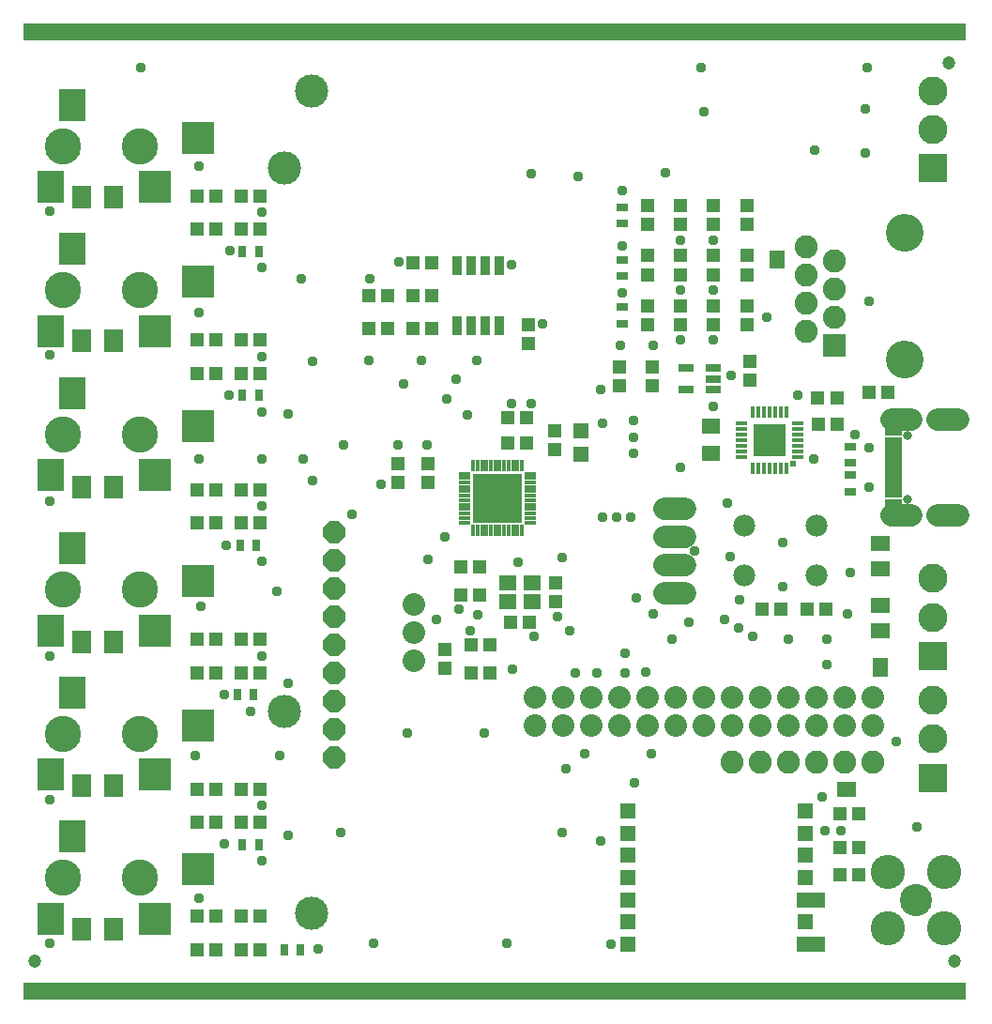
<source format=gts>
G04 EAGLE Gerber RS-274X export*
G75*
%MOMM*%
%FSLAX34Y34*%
%LPD*%
%INSoldermask Top*%
%IPPOS*%
%AMOC8*
5,1,8,0,0,1.08239X$1,22.5*%
G01*
%ADD10C,3.003200*%
%ADD11R,85.000000X1.500000*%
%ADD12C,2.082800*%
%ADD13R,2.082800X2.082800*%
%ADD14C,3.403200*%
%ADD15R,1.473200X0.838200*%
%ADD16R,1.303200X1.203200*%
%ADD17R,1.003200X0.803200*%
%ADD18R,1.203200X1.303200*%
%ADD19R,1.803200X2.006200*%
%ADD20R,0.803200X1.003200*%
%ADD21R,2.403200X3.003200*%
%ADD22R,3.003200X3.003200*%
%ADD23C,3.263200*%
%ADD24R,2.616200X2.616200*%
%ADD25C,2.616200*%
%ADD26R,0.838200X1.473200*%
%ADD27C,2.003200*%
%ADD28R,1.603200X0.803200*%
%ADD29R,1.603200X0.503200*%
%ADD30C,0.803200*%
%ADD31C,3.083200*%
%ADD32C,2.903200*%
%ADD33C,2.032000*%
%ADD34C,2.032000*%
%ADD35R,1.603200X1.403200*%
%ADD36R,1.403200X0.803200*%
%ADD37R,0.853200X1.703200*%
%ADD38C,1.985200*%
%ADD39R,1.403200X1.403200*%
%ADD40R,1.053200X0.403200*%
%ADD41R,0.403200X1.053200*%
%ADD42R,4.403200X4.403200*%
%ADD43P,2.199416X8X202.500000*%
%ADD44R,1.050000X0.400000*%
%ADD45R,0.500000X0.500000*%
%ADD46R,3.000000X3.000000*%
%ADD47R,0.400000X1.050000*%
%ADD48R,1.473200X1.473200*%
%ADD49R,2.616200X1.473200*%
%ADD50C,1.203200*%
%ADD51C,0.955600*%


D10*
X285000Y240000D03*
D11*
X475000Y852500D03*
X475000Y-12500D03*
D10*
X285000Y730000D03*
X310000Y57500D03*
X310000Y800000D03*
D12*
X756100Y659450D03*
X781500Y646750D03*
X756100Y634050D03*
X756100Y608650D03*
X756100Y583250D03*
X781500Y621350D03*
X781500Y595950D03*
D13*
X781500Y570550D03*
D14*
X845000Y557850D03*
X845000Y672150D03*
D15*
X730000Y651619D03*
X730000Y643381D03*
D16*
X612500Y589000D03*
X612500Y606000D03*
D17*
X590000Y590000D03*
X590000Y605000D03*
D16*
X672500Y606000D03*
X672500Y589000D03*
X642500Y606000D03*
X642500Y589000D03*
D18*
X702500Y589000D03*
X702500Y606000D03*
D16*
X612500Y634000D03*
X612500Y651000D03*
D17*
X590000Y632500D03*
X590000Y647500D03*
D16*
X672500Y651000D03*
X672500Y634000D03*
X642500Y634000D03*
X642500Y651000D03*
D18*
X702500Y634000D03*
X702500Y651000D03*
D16*
X612500Y679000D03*
X612500Y696000D03*
D17*
X590000Y680000D03*
X590000Y695000D03*
D16*
X672500Y696000D03*
X672500Y679000D03*
X642500Y679000D03*
X642500Y696000D03*
D18*
X702500Y679000D03*
X702500Y696000D03*
D19*
X131060Y703580D03*
X102620Y703580D03*
D18*
X246500Y675000D03*
X263500Y675000D03*
D20*
X262500Y655000D03*
X247500Y655000D03*
D21*
X74000Y713000D03*
D22*
X168000Y713000D03*
D21*
X94000Y787000D03*
D22*
X207000Y757500D03*
D23*
X85000Y750000D03*
X155000Y750000D03*
D18*
X223500Y705000D03*
X206500Y705000D03*
X246500Y705000D03*
X263500Y705000D03*
D16*
X206500Y675000D03*
X223500Y675000D03*
D19*
X131060Y574040D03*
X102620Y574040D03*
D18*
X246500Y545000D03*
X263500Y545000D03*
D20*
X262500Y525000D03*
X247500Y525000D03*
D21*
X74000Y583000D03*
D22*
X168000Y583000D03*
D21*
X94000Y657000D03*
D22*
X207000Y627500D03*
D23*
X85000Y620000D03*
X155000Y620000D03*
D18*
X223500Y575000D03*
X206500Y575000D03*
X246500Y575000D03*
X263500Y575000D03*
D16*
X206500Y545000D03*
X223500Y545000D03*
D19*
X131060Y441960D03*
X102620Y441960D03*
D18*
X263500Y410000D03*
X246500Y410000D03*
D20*
X260000Y390000D03*
X245000Y390000D03*
D21*
X74000Y453000D03*
D22*
X168000Y453000D03*
D21*
X94000Y527000D03*
D22*
X207000Y497500D03*
D23*
X85000Y490000D03*
X155000Y490000D03*
D18*
X223500Y440000D03*
X206500Y440000D03*
X246500Y440000D03*
X263500Y440000D03*
D16*
X206500Y410000D03*
X223500Y410000D03*
D19*
X131060Y302260D03*
X102620Y302260D03*
D18*
X263500Y275000D03*
X246500Y275000D03*
D20*
X257500Y255000D03*
X242500Y255000D03*
D21*
X74000Y313000D03*
D22*
X168000Y313000D03*
D21*
X94000Y387000D03*
D22*
X207000Y357500D03*
D23*
X85000Y350000D03*
X155000Y350000D03*
D18*
X223500Y305000D03*
X206500Y305000D03*
X246500Y305000D03*
X263500Y305000D03*
D16*
X206500Y275000D03*
X223500Y275000D03*
D19*
X131060Y172720D03*
X102620Y172720D03*
D18*
X263500Y140000D03*
X246500Y140000D03*
D20*
X262500Y120000D03*
X247500Y120000D03*
D21*
X74000Y183000D03*
D22*
X168000Y183000D03*
D21*
X94000Y257000D03*
D22*
X207000Y227500D03*
D23*
X85000Y220000D03*
X155000Y220000D03*
D18*
X223500Y170000D03*
X206500Y170000D03*
X246500Y170000D03*
X263500Y170000D03*
D16*
X206500Y140000D03*
X223500Y140000D03*
D19*
X131060Y43180D03*
X102620Y43180D03*
D18*
X263500Y25000D03*
X246500Y25000D03*
D20*
X285000Y25000D03*
X300000Y25000D03*
D21*
X74000Y53000D03*
D22*
X168000Y53000D03*
D21*
X94000Y127000D03*
D22*
X207000Y97500D03*
D23*
X85000Y90000D03*
X155000Y90000D03*
D18*
X223500Y55000D03*
X206500Y55000D03*
X246500Y55000D03*
X263500Y55000D03*
D16*
X206500Y25000D03*
X223500Y25000D03*
D24*
X870000Y290000D03*
D25*
X870000Y325000D03*
X870000Y360000D03*
D24*
X870000Y180000D03*
D25*
X870000Y215000D03*
X870000Y250000D03*
D26*
X818841Y312420D03*
X827079Y312420D03*
X818841Y391160D03*
X827079Y391160D03*
X818896Y368300D03*
X827024Y368300D03*
X818896Y335280D03*
X827024Y335280D03*
D27*
X833000Y416800D02*
X851000Y416800D01*
D28*
X835000Y428000D03*
X835000Y436000D03*
X835000Y484000D03*
X835000Y492000D03*
D29*
X835000Y442500D03*
D30*
X847000Y431100D03*
X847000Y488900D03*
D29*
X835000Y447500D03*
X835000Y452500D03*
X835000Y457500D03*
X835000Y462500D03*
X835000Y467500D03*
X835000Y472500D03*
X835000Y477500D03*
D27*
X833000Y503300D02*
X851000Y503300D01*
X874800Y416800D02*
X892800Y416800D01*
X892800Y503300D02*
X874800Y503300D01*
D16*
X803500Y92500D03*
X786500Y92500D03*
D18*
X786500Y147500D03*
X803500Y147500D03*
D16*
X803500Y117500D03*
X786500Y117500D03*
D31*
X880400Y95400D03*
X880400Y44600D03*
X829600Y44600D03*
X829600Y95400D03*
D32*
X855000Y70000D03*
D33*
X646644Y346900D02*
X628356Y346900D01*
X628356Y372300D02*
X646644Y372300D01*
X646644Y397700D02*
X628356Y397700D01*
X628356Y423100D02*
X646644Y423100D01*
D24*
X870000Y730000D03*
D25*
X870000Y765000D03*
X870000Y800000D03*
D34*
X816400Y252700D03*
X791000Y252700D03*
X765600Y252700D03*
X740200Y252700D03*
X714800Y252700D03*
X689400Y252700D03*
X664000Y252700D03*
X638600Y252700D03*
X613200Y252700D03*
X587800Y252700D03*
X562400Y252700D03*
X537000Y252700D03*
X511600Y252700D03*
X816400Y227300D03*
X791000Y227300D03*
X765600Y227300D03*
X740200Y227300D03*
X714800Y227300D03*
X689400Y227300D03*
X664000Y227300D03*
X638600Y227300D03*
X613200Y227300D03*
X587800Y227300D03*
X562400Y227300D03*
X537000Y227300D03*
X511600Y227300D03*
D16*
X506000Y320000D03*
X489000Y320000D03*
D18*
X530000Y356000D03*
X530000Y339000D03*
D35*
X486500Y339000D03*
X508500Y339000D03*
X508500Y356000D03*
X486500Y356000D03*
D16*
X829720Y528140D03*
X812720Y528140D03*
D18*
X587500Y551000D03*
X587500Y534000D03*
X617500Y551000D03*
X617500Y534000D03*
D36*
X672500Y530500D03*
X672500Y540000D03*
X672500Y549500D03*
X647500Y549500D03*
X647500Y530500D03*
D16*
X705000Y539000D03*
X705000Y556000D03*
D12*
X689320Y194008D03*
X714720Y194008D03*
X740120Y194008D03*
X765520Y194008D03*
X790920Y194008D03*
X816320Y194008D03*
D16*
X471000Y275000D03*
X454000Y275000D03*
D37*
X440950Y588000D03*
X453650Y588000D03*
X466350Y588000D03*
X479050Y588000D03*
X479050Y642000D03*
X466350Y642000D03*
X453650Y642000D03*
X440950Y642000D03*
D18*
X505000Y571500D03*
X505000Y588500D03*
X401500Y645000D03*
X418500Y645000D03*
X401500Y615000D03*
X418500Y615000D03*
D16*
X378500Y615000D03*
X361500Y615000D03*
D18*
X401500Y585000D03*
X418500Y585000D03*
X361500Y585000D03*
X378500Y585000D03*
X733500Y332500D03*
X716500Y332500D03*
D38*
X699900Y362500D03*
X699900Y407500D03*
X764900Y362500D03*
X764900Y407500D03*
D34*
X402420Y336370D03*
X402420Y310970D03*
X402420Y285570D03*
D16*
X529440Y492920D03*
X529440Y475920D03*
D39*
X553060Y472020D03*
X553060Y493020D03*
D15*
X822480Y283559D03*
X822480Y275321D03*
D40*
X507000Y410500D03*
X507000Y414500D03*
X507000Y418500D03*
X507000Y422500D03*
X507000Y426500D03*
X507000Y430500D03*
X507000Y434500D03*
X507000Y438500D03*
X507000Y442500D03*
X507000Y446500D03*
X507000Y450500D03*
X507000Y454500D03*
D41*
X499500Y462000D03*
X495500Y462000D03*
X491500Y462000D03*
X487500Y462000D03*
X483500Y462000D03*
X479500Y462000D03*
X475500Y462000D03*
X471500Y462000D03*
X467500Y462000D03*
X463500Y462000D03*
X459500Y462000D03*
X455500Y462000D03*
D40*
X448000Y454500D03*
X448000Y450500D03*
X448000Y446500D03*
X448000Y442500D03*
X448000Y438500D03*
X448000Y434500D03*
X448000Y430500D03*
X448000Y426500D03*
X448000Y422500D03*
X448000Y418500D03*
X448000Y414500D03*
X448000Y410500D03*
D41*
X455500Y403000D03*
X459500Y403000D03*
X463500Y403000D03*
X467500Y403000D03*
X471500Y403000D03*
X475500Y403000D03*
X479500Y403000D03*
X483500Y403000D03*
X487500Y403000D03*
X491500Y403000D03*
X495500Y403000D03*
X499500Y403000D03*
D42*
X477500Y432500D03*
D18*
X415000Y463500D03*
X415000Y446500D03*
X387500Y463500D03*
X387500Y446500D03*
D16*
X444000Y345000D03*
X461000Y345000D03*
X444000Y370000D03*
X461000Y370000D03*
X503500Y482500D03*
X486500Y482500D03*
X503500Y505000D03*
X486500Y505000D03*
D43*
X330000Y198400D03*
X330000Y223800D03*
X330000Y249200D03*
X330000Y274600D03*
X330000Y300000D03*
X330000Y325400D03*
X330000Y350800D03*
X330000Y376200D03*
X330000Y401600D03*
D18*
X756500Y332500D03*
X773500Y332500D03*
D44*
X748120Y469540D03*
D45*
X743895Y463515D03*
D44*
X748120Y474540D03*
D46*
X722870Y484540D03*
D44*
X748120Y479540D03*
X748120Y484540D03*
X748120Y489540D03*
X748120Y494540D03*
X748120Y499540D03*
D47*
X707870Y459290D03*
X712870Y459290D03*
X717870Y459290D03*
X722870Y459290D03*
X727870Y459290D03*
X732870Y459290D03*
X737870Y459290D03*
X737870Y509790D03*
X732870Y509790D03*
X727870Y509790D03*
X722870Y509790D03*
X717870Y509790D03*
X712870Y509790D03*
X707870Y509790D03*
D44*
X697620Y499540D03*
X697620Y494540D03*
X697620Y489540D03*
X697620Y484540D03*
X697620Y479540D03*
X697620Y474540D03*
X697620Y469540D03*
D16*
X471000Y300000D03*
X454000Y300000D03*
D17*
X796090Y453190D03*
X796090Y438190D03*
X796170Y463990D03*
X796170Y478990D03*
D16*
X430000Y279000D03*
X430000Y296000D03*
D26*
X674064Y472500D03*
X665936Y472500D03*
X674064Y497500D03*
X665936Y497500D03*
D16*
X783500Y522500D03*
X766500Y522500D03*
X783800Y498750D03*
X766800Y498750D03*
D48*
X595000Y150000D03*
X595000Y130000D03*
X595000Y110000D03*
X595000Y90000D03*
X595000Y70000D03*
X595000Y50000D03*
X595000Y30000D03*
X755000Y150000D03*
X755000Y130000D03*
X755000Y110000D03*
X755000Y90000D03*
D49*
X760596Y70000D03*
D48*
X755000Y50000D03*
D49*
X760596Y30000D03*
D26*
X796564Y170000D03*
X788436Y170000D03*
D50*
X60000Y15000D03*
X890000Y15000D03*
X885000Y825000D03*
D51*
X73660Y690880D03*
X73660Y561340D03*
X73660Y429260D03*
X73660Y289560D03*
X73660Y160020D03*
X73660Y30480D03*
X510780Y307940D03*
X531180Y325720D03*
X590000Y617500D03*
X642500Y575000D03*
X642500Y620000D03*
X642500Y665000D03*
X590000Y710000D03*
X590000Y660000D03*
X490300Y643180D03*
X518240Y589840D03*
X787500Y132500D03*
X208280Y71120D03*
X205000Y200000D03*
X210000Y335000D03*
X232500Y390000D03*
X208280Y467360D03*
X235000Y525000D03*
X208280Y599440D03*
X388700Y645720D03*
X362500Y630000D03*
X208280Y731520D03*
X535820Y379140D03*
X361320Y556700D03*
X628940Y725960D03*
X365760Y30480D03*
X800000Y490000D03*
X762500Y467500D03*
X372500Y445000D03*
X460000Y327500D03*
X467500Y445000D03*
X490000Y445000D03*
X490000Y420000D03*
X467500Y420000D03*
X720000Y487500D03*
X490000Y517500D03*
X572500Y500000D03*
X580000Y30000D03*
X490760Y277980D03*
X618260Y327980D03*
X793260Y327980D03*
X795760Y365480D03*
X695760Y340480D03*
X748260Y525480D03*
X720760Y595480D03*
X288260Y507980D03*
X338260Y480480D03*
X278260Y347980D03*
X280760Y200480D03*
X288260Y265480D03*
X230760Y255480D03*
X288260Y127980D03*
X345760Y417980D03*
X310760Y447980D03*
X458820Y556700D03*
X408820Y556700D03*
X550000Y722500D03*
X663940Y780960D03*
X808940Y783460D03*
X808940Y743460D03*
X763940Y745960D03*
X507500Y725000D03*
X588260Y570480D03*
X618260Y570480D03*
X688260Y542980D03*
X570760Y530480D03*
X770760Y162980D03*
X570760Y122980D03*
X610760Y275480D03*
X485760Y30480D03*
X395760Y220480D03*
X465760Y220480D03*
X335760Y130480D03*
X535760Y130480D03*
X600760Y175480D03*
X855760Y135480D03*
X230760Y120480D03*
X315760Y25480D03*
X235760Y655480D03*
X810760Y820480D03*
X660760Y820480D03*
X155760Y820480D03*
X310760Y555480D03*
X300760Y630480D03*
X495820Y374140D03*
X772514Y132500D03*
X812800Y441880D03*
X812800Y609600D03*
X812500Y477500D03*
X672500Y620000D03*
X672500Y665000D03*
X672500Y575000D03*
X837500Y212500D03*
X265000Y155000D03*
X265000Y105000D03*
X255000Y240000D03*
X265000Y690000D03*
X265000Y640000D03*
X265000Y560000D03*
X265000Y510000D03*
X265000Y425000D03*
X265000Y375000D03*
X265000Y290000D03*
X302500Y467500D03*
X387500Y480000D03*
X775000Y282500D03*
X775000Y305000D03*
X442500Y332500D03*
X672500Y515000D03*
X507500Y517500D03*
X440000Y540000D03*
X392500Y535000D03*
X265000Y467500D03*
X642500Y460000D03*
X735000Y392500D03*
X735000Y352500D03*
X685000Y427500D03*
X635000Y305000D03*
X650000Y320000D03*
X422500Y322500D03*
X452500Y312500D03*
X572500Y415000D03*
X600000Y502500D03*
X585000Y415000D03*
X600000Y487500D03*
X414300Y480460D03*
X431800Y521580D03*
X415000Y377500D03*
X687500Y380000D03*
X655000Y385000D03*
X707500Y307500D03*
X567500Y275000D03*
X592500Y275000D03*
X556260Y202250D03*
X615950Y202250D03*
X592500Y292500D03*
X547500Y275000D03*
X430000Y397500D03*
X450000Y507500D03*
X695000Y315000D03*
X682500Y322500D03*
X538960Y188280D03*
X740000Y305000D03*
X542500Y312500D03*
X602500Y342500D03*
X597500Y415000D03*
X600000Y472500D03*
M02*

</source>
